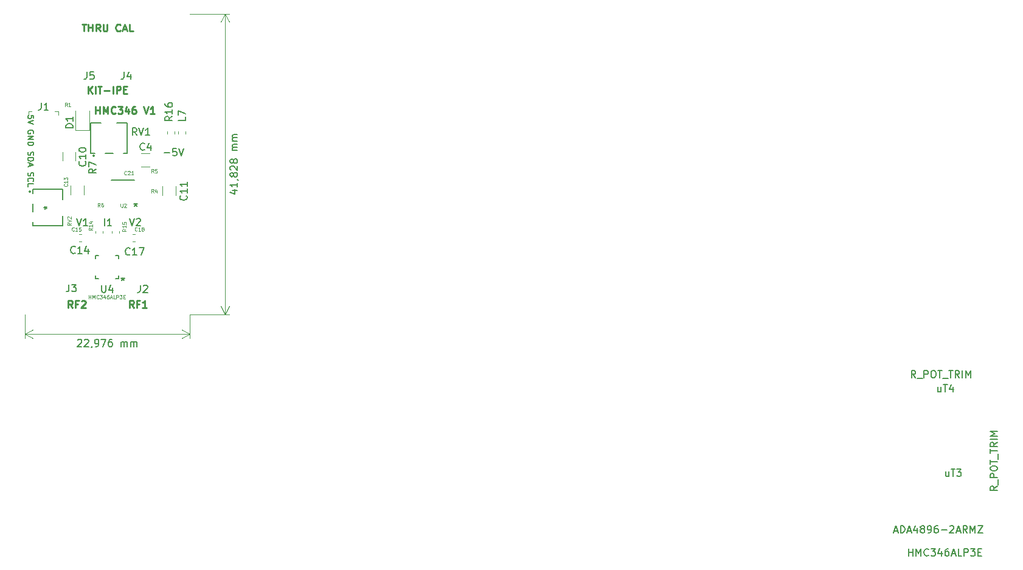
<source format=gbr>
%TF.GenerationSoftware,KiCad,Pcbnew,5.1.5-52549c5~84~ubuntu18.04.1*%
%TF.CreationDate,2020-02-10T11:44:48+01:00*%
%TF.ProjectId,HMC_RF_IPE,484d435f-5246-45f4-9950-452e6b696361,rev?*%
%TF.SameCoordinates,Original*%
%TF.FileFunction,Legend,Top*%
%TF.FilePolarity,Positive*%
%FSLAX46Y46*%
G04 Gerber Fmt 4.6, Leading zero omitted, Abs format (unit mm)*
G04 Created by KiCad (PCBNEW 5.1.5-52549c5~84~ubuntu18.04.1) date 2020-02-10 11:44:48*
%MOMM*%
%LPD*%
G04 APERTURE LIST*
%ADD10C,0.125000*%
%ADD11C,0.250000*%
%ADD12C,0.150000*%
%ADD13C,0.120000*%
%ADD14C,0.200000*%
%ADD15C,0.152400*%
%ADD16C,0.100000*%
G04 APERTURE END LIST*
D10*
X139819600Y-96509390D02*
X139819600Y-96009390D01*
X139819600Y-96247485D02*
X140105314Y-96247485D01*
X140105314Y-96509390D02*
X140105314Y-96009390D01*
X140343410Y-96509390D02*
X140343410Y-96009390D01*
X140510076Y-96366533D01*
X140676743Y-96009390D01*
X140676743Y-96509390D01*
X141200552Y-96461771D02*
X141176743Y-96485580D01*
X141105314Y-96509390D01*
X141057695Y-96509390D01*
X140986267Y-96485580D01*
X140938648Y-96437961D01*
X140914838Y-96390342D01*
X140891029Y-96295104D01*
X140891029Y-96223676D01*
X140914838Y-96128438D01*
X140938648Y-96080819D01*
X140986267Y-96033200D01*
X141057695Y-96009390D01*
X141105314Y-96009390D01*
X141176743Y-96033200D01*
X141200552Y-96057009D01*
X141367219Y-96009390D02*
X141676743Y-96009390D01*
X141510076Y-96199866D01*
X141581505Y-96199866D01*
X141629124Y-96223676D01*
X141652933Y-96247485D01*
X141676743Y-96295104D01*
X141676743Y-96414152D01*
X141652933Y-96461771D01*
X141629124Y-96485580D01*
X141581505Y-96509390D01*
X141438648Y-96509390D01*
X141391029Y-96485580D01*
X141367219Y-96461771D01*
X142105314Y-96176057D02*
X142105314Y-96509390D01*
X141986267Y-95985580D02*
X141867219Y-96342723D01*
X142176743Y-96342723D01*
X142581505Y-96009390D02*
X142486267Y-96009390D01*
X142438648Y-96033200D01*
X142414838Y-96057009D01*
X142367219Y-96128438D01*
X142343410Y-96223676D01*
X142343410Y-96414152D01*
X142367219Y-96461771D01*
X142391029Y-96485580D01*
X142438648Y-96509390D01*
X142533886Y-96509390D01*
X142581505Y-96485580D01*
X142605314Y-96461771D01*
X142629124Y-96414152D01*
X142629124Y-96295104D01*
X142605314Y-96247485D01*
X142581505Y-96223676D01*
X142533886Y-96199866D01*
X142438648Y-96199866D01*
X142391029Y-96223676D01*
X142367219Y-96247485D01*
X142343410Y-96295104D01*
X142819600Y-96366533D02*
X143057695Y-96366533D01*
X142771981Y-96509390D02*
X142938648Y-96009390D01*
X143105314Y-96509390D01*
X143510076Y-96509390D02*
X143271981Y-96509390D01*
X143271981Y-96009390D01*
X143676743Y-96509390D02*
X143676743Y-96009390D01*
X143867219Y-96009390D01*
X143914838Y-96033200D01*
X143938648Y-96057009D01*
X143962457Y-96104628D01*
X143962457Y-96176057D01*
X143938648Y-96223676D01*
X143914838Y-96247485D01*
X143867219Y-96271295D01*
X143676743Y-96271295D01*
X144129124Y-96009390D02*
X144438648Y-96009390D01*
X144271981Y-96199866D01*
X144343410Y-96199866D01*
X144391029Y-96223676D01*
X144414838Y-96247485D01*
X144438648Y-96295104D01*
X144438648Y-96414152D01*
X144414838Y-96461771D01*
X144391029Y-96485580D01*
X144343410Y-96509390D01*
X144200552Y-96509390D01*
X144152933Y-96485580D01*
X144129124Y-96461771D01*
X144652933Y-96247485D02*
X144819600Y-96247485D01*
X144891029Y-96509390D02*
X144652933Y-96509390D01*
X144652933Y-96009390D01*
X144891029Y-96009390D01*
D11*
X146068171Y-97755580D02*
X145734838Y-97279390D01*
X145496743Y-97755580D02*
X145496743Y-96755580D01*
X145877695Y-96755580D01*
X145972933Y-96803200D01*
X146020552Y-96850819D01*
X146068171Y-96946057D01*
X146068171Y-97088914D01*
X146020552Y-97184152D01*
X145972933Y-97231771D01*
X145877695Y-97279390D01*
X145496743Y-97279390D01*
X146830076Y-97231771D02*
X146496743Y-97231771D01*
X146496743Y-97755580D02*
X146496743Y-96755580D01*
X146972933Y-96755580D01*
X147877695Y-97755580D02*
X147306267Y-97755580D01*
X147591981Y-97755580D02*
X147591981Y-96755580D01*
X147496743Y-96898438D01*
X147401505Y-96993676D01*
X147306267Y-97041295D01*
X137558171Y-97775580D02*
X137224838Y-97299390D01*
X136986743Y-97775580D02*
X136986743Y-96775580D01*
X137367695Y-96775580D01*
X137462933Y-96823200D01*
X137510552Y-96870819D01*
X137558171Y-96966057D01*
X137558171Y-97108914D01*
X137510552Y-97204152D01*
X137462933Y-97251771D01*
X137367695Y-97299390D01*
X136986743Y-97299390D01*
X138320076Y-97251771D02*
X137986743Y-97251771D01*
X137986743Y-97775580D02*
X137986743Y-96775580D01*
X138462933Y-96775580D01*
X138796267Y-96870819D02*
X138843886Y-96823200D01*
X138939124Y-96775580D01*
X139177219Y-96775580D01*
X139272457Y-96823200D01*
X139320076Y-96870819D01*
X139367695Y-96966057D01*
X139367695Y-97061295D01*
X139320076Y-97204152D01*
X138748648Y-97775580D01*
X139367695Y-97775580D01*
D12*
X159839124Y-81443866D02*
X160505790Y-81443866D01*
X159458171Y-81681961D02*
X160172457Y-81920057D01*
X160172457Y-81301009D01*
X160505790Y-80396247D02*
X160505790Y-80967676D01*
X160505790Y-80681961D02*
X159505790Y-80681961D01*
X159648648Y-80777200D01*
X159743886Y-80872438D01*
X159791505Y-80967676D01*
X160458171Y-79920057D02*
X160505790Y-79920057D01*
X160601029Y-79967676D01*
X160648648Y-80015295D01*
X159934362Y-79348628D02*
X159886743Y-79443866D01*
X159839124Y-79491485D01*
X159743886Y-79539104D01*
X159696267Y-79539104D01*
X159601029Y-79491485D01*
X159553410Y-79443866D01*
X159505790Y-79348628D01*
X159505790Y-79158152D01*
X159553410Y-79062914D01*
X159601029Y-79015295D01*
X159696267Y-78967676D01*
X159743886Y-78967676D01*
X159839124Y-79015295D01*
X159886743Y-79062914D01*
X159934362Y-79158152D01*
X159934362Y-79348628D01*
X159981981Y-79443866D01*
X160029600Y-79491485D01*
X160124838Y-79539104D01*
X160315314Y-79539104D01*
X160410552Y-79491485D01*
X160458171Y-79443866D01*
X160505790Y-79348628D01*
X160505790Y-79158152D01*
X160458171Y-79062914D01*
X160410552Y-79015295D01*
X160315314Y-78967676D01*
X160124838Y-78967676D01*
X160029600Y-79015295D01*
X159981981Y-79062914D01*
X159934362Y-79158152D01*
X159601029Y-78586723D02*
X159553410Y-78539104D01*
X159505790Y-78443866D01*
X159505790Y-78205771D01*
X159553410Y-78110533D01*
X159601029Y-78062914D01*
X159696267Y-78015295D01*
X159791505Y-78015295D01*
X159934362Y-78062914D01*
X160505790Y-78634342D01*
X160505790Y-78015295D01*
X159934362Y-77443866D02*
X159886743Y-77539104D01*
X159839124Y-77586723D01*
X159743886Y-77634342D01*
X159696267Y-77634342D01*
X159601029Y-77586723D01*
X159553410Y-77539104D01*
X159505790Y-77443866D01*
X159505790Y-77253390D01*
X159553410Y-77158152D01*
X159601029Y-77110533D01*
X159696267Y-77062914D01*
X159743886Y-77062914D01*
X159839124Y-77110533D01*
X159886743Y-77158152D01*
X159934362Y-77253390D01*
X159934362Y-77443866D01*
X159981981Y-77539104D01*
X160029600Y-77586723D01*
X160124838Y-77634342D01*
X160315314Y-77634342D01*
X160410552Y-77586723D01*
X160458171Y-77539104D01*
X160505790Y-77443866D01*
X160505790Y-77253390D01*
X160458171Y-77158152D01*
X160410552Y-77110533D01*
X160315314Y-77062914D01*
X160124838Y-77062914D01*
X160029600Y-77110533D01*
X159981981Y-77158152D01*
X159934362Y-77253390D01*
X160505790Y-75872438D02*
X159839124Y-75872438D01*
X159934362Y-75872438D02*
X159886743Y-75824819D01*
X159839124Y-75729580D01*
X159839124Y-75586723D01*
X159886743Y-75491485D01*
X159981981Y-75443866D01*
X160505790Y-75443866D01*
X159981981Y-75443866D02*
X159886743Y-75396247D01*
X159839124Y-75301009D01*
X159839124Y-75158152D01*
X159886743Y-75062914D01*
X159981981Y-75015295D01*
X160505790Y-75015295D01*
X160505790Y-74539104D02*
X159839124Y-74539104D01*
X159934362Y-74539104D02*
X159886743Y-74491485D01*
X159839124Y-74396247D01*
X159839124Y-74253390D01*
X159886743Y-74158152D01*
X159981981Y-74110533D01*
X160505790Y-74110533D01*
X159981981Y-74110533D02*
X159886743Y-74062914D01*
X159839124Y-73967676D01*
X159839124Y-73824819D01*
X159886743Y-73729580D01*
X159981981Y-73681961D01*
X160505790Y-73681961D01*
D13*
X158783410Y-98691200D02*
X158783410Y-56863200D01*
X153891410Y-98691200D02*
X159369831Y-98691200D01*
X153891410Y-56863200D02*
X159369831Y-56863200D01*
X158783410Y-56863200D02*
X159369831Y-57989704D01*
X158783410Y-56863200D02*
X158196989Y-57989704D01*
X158783410Y-98691200D02*
X159369831Y-97564696D01*
X158783410Y-98691200D02*
X158196989Y-97564696D01*
D12*
X138262262Y-102268384D02*
X138309858Y-102220742D01*
X138405074Y-102173078D01*
X138643169Y-102172964D01*
X138738430Y-102220537D01*
X138786072Y-102268133D01*
X138833736Y-102363349D01*
X138833782Y-102458587D01*
X138786231Y-102601467D01*
X138215076Y-103173169D01*
X138834124Y-103172872D01*
X139214643Y-102267928D02*
X139262239Y-102220286D01*
X139357455Y-102172622D01*
X139595550Y-102172508D01*
X139690811Y-102220081D01*
X139738453Y-102267677D01*
X139786117Y-102362893D01*
X139786163Y-102458131D01*
X139738612Y-102601011D01*
X139167457Y-103172713D01*
X139786505Y-103172416D01*
X140262672Y-103124569D02*
X140262695Y-103172188D01*
X140215122Y-103267449D01*
X140167525Y-103315091D01*
X140738886Y-103171960D02*
X140929362Y-103171869D01*
X141024577Y-103124205D01*
X141072173Y-103076563D01*
X141167343Y-102933660D01*
X141214871Y-102743161D01*
X141214688Y-102362209D01*
X141167024Y-102266993D01*
X141119382Y-102219397D01*
X141024121Y-102171824D01*
X140833645Y-102171915D01*
X140738430Y-102219579D01*
X140690833Y-102267221D01*
X140643260Y-102362482D01*
X140643374Y-102600577D01*
X140691039Y-102695793D01*
X140738680Y-102743389D01*
X140833941Y-102790962D01*
X141024417Y-102790871D01*
X141119633Y-102743207D01*
X141167229Y-102695565D01*
X141214802Y-102600304D01*
X141547931Y-102171573D02*
X142214597Y-102171254D01*
X141786505Y-103171459D01*
X143024121Y-102170866D02*
X142833645Y-102170957D01*
X142738429Y-102218622D01*
X142690833Y-102266264D01*
X142595663Y-102409167D01*
X142548136Y-102599666D01*
X142548318Y-102980618D01*
X142595983Y-103075833D01*
X142643624Y-103123429D01*
X142738885Y-103171003D01*
X142929362Y-103170912D01*
X143024577Y-103123247D01*
X143072173Y-103075605D01*
X143119747Y-102980344D01*
X143119633Y-102742249D01*
X143071968Y-102647034D01*
X143024326Y-102599438D01*
X142929065Y-102551864D01*
X142738589Y-102551955D01*
X142643374Y-102599620D01*
X142595777Y-102647262D01*
X142548204Y-102742523D01*
X144310314Y-103170250D02*
X144309995Y-102503584D01*
X144310040Y-102598822D02*
X144357636Y-102551180D01*
X144452852Y-102503515D01*
X144595709Y-102503447D01*
X144690970Y-102551021D01*
X144738634Y-102646236D01*
X144738885Y-103170045D01*
X144738634Y-102646236D02*
X144786208Y-102550975D01*
X144881423Y-102503310D01*
X145024280Y-102503242D01*
X145119541Y-102550815D01*
X145167206Y-102646031D01*
X145167457Y-103169840D01*
X145643647Y-103169612D02*
X145643328Y-102502946D01*
X145643373Y-102598184D02*
X145690970Y-102550542D01*
X145786185Y-102502877D01*
X145929042Y-102502809D01*
X146024303Y-102550382D01*
X146071968Y-102645597D01*
X146072218Y-103169407D01*
X146071968Y-102645597D02*
X146119541Y-102550337D01*
X146214756Y-102502672D01*
X146357613Y-102502604D01*
X146452874Y-102550177D01*
X146500539Y-102645392D01*
X146500790Y-103169202D01*
D13*
X130916728Y-101454282D02*
X153892728Y-101443282D01*
X130915410Y-98702200D02*
X130917008Y-102040702D01*
X153891410Y-98691200D02*
X153893008Y-102029702D01*
X153892728Y-101443282D02*
X152766505Y-102030242D01*
X153892728Y-101443282D02*
X152765944Y-100857401D01*
X130916728Y-101454282D02*
X132043512Y-102040163D01*
X130916728Y-101454282D02*
X132042951Y-100867322D01*
D14*
X132151505Y-71404152D02*
X132151505Y-71023200D01*
X131770552Y-70985104D01*
X131808648Y-71023200D01*
X131846743Y-71099390D01*
X131846743Y-71289866D01*
X131808648Y-71366057D01*
X131770552Y-71404152D01*
X131694362Y-71442247D01*
X131503886Y-71442247D01*
X131427695Y-71404152D01*
X131389600Y-71366057D01*
X131351505Y-71289866D01*
X131351505Y-71099390D01*
X131389600Y-71023200D01*
X131427695Y-70985104D01*
X132151505Y-71670819D02*
X131351505Y-71937485D01*
X132151505Y-72204152D01*
X132113410Y-73499390D02*
X132151505Y-73423200D01*
X132151505Y-73308914D01*
X132113410Y-73194628D01*
X132037219Y-73118438D01*
X131961029Y-73080342D01*
X131808648Y-73042247D01*
X131694362Y-73042247D01*
X131541981Y-73080342D01*
X131465790Y-73118438D01*
X131389600Y-73194628D01*
X131351505Y-73308914D01*
X131351505Y-73385104D01*
X131389600Y-73499390D01*
X131427695Y-73537485D01*
X131694362Y-73537485D01*
X131694362Y-73385104D01*
X131351505Y-73880342D02*
X132151505Y-73880342D01*
X131351505Y-74337485D01*
X132151505Y-74337485D01*
X131351505Y-74718438D02*
X132151505Y-74718438D01*
X132151505Y-74908914D01*
X132113410Y-75023200D01*
X132037219Y-75099390D01*
X131961029Y-75137485D01*
X131808648Y-75175580D01*
X131694362Y-75175580D01*
X131541981Y-75137485D01*
X131465790Y-75099390D01*
X131389600Y-75023200D01*
X131351505Y-74908914D01*
X131351505Y-74718438D01*
X131389600Y-76089866D02*
X131351505Y-76204152D01*
X131351505Y-76394628D01*
X131389600Y-76470819D01*
X131427695Y-76508914D01*
X131503886Y-76547009D01*
X131580076Y-76547009D01*
X131656267Y-76508914D01*
X131694362Y-76470819D01*
X131732457Y-76394628D01*
X131770552Y-76242247D01*
X131808648Y-76166057D01*
X131846743Y-76127961D01*
X131922933Y-76089866D01*
X131999124Y-76089866D01*
X132075314Y-76127961D01*
X132113410Y-76166057D01*
X132151505Y-76242247D01*
X132151505Y-76432723D01*
X132113410Y-76547009D01*
X131351505Y-76889866D02*
X132151505Y-76889866D01*
X132151505Y-77080342D01*
X132113410Y-77194628D01*
X132037219Y-77270819D01*
X131961029Y-77308914D01*
X131808648Y-77347009D01*
X131694362Y-77347009D01*
X131541981Y-77308914D01*
X131465790Y-77270819D01*
X131389600Y-77194628D01*
X131351505Y-77080342D01*
X131351505Y-76889866D01*
X131580076Y-77651771D02*
X131580076Y-78032723D01*
X131351505Y-77575580D02*
X132151505Y-77842247D01*
X131351505Y-78108914D01*
X131389600Y-78947009D02*
X131351505Y-79061295D01*
X131351505Y-79251771D01*
X131389600Y-79327961D01*
X131427695Y-79366057D01*
X131503886Y-79404152D01*
X131580076Y-79404152D01*
X131656267Y-79366057D01*
X131694362Y-79327961D01*
X131732457Y-79251771D01*
X131770552Y-79099390D01*
X131808648Y-79023200D01*
X131846743Y-78985104D01*
X131922933Y-78947009D01*
X131999124Y-78947009D01*
X132075314Y-78985104D01*
X132113410Y-79023200D01*
X132151505Y-79099390D01*
X132151505Y-79289866D01*
X132113410Y-79404152D01*
X131427695Y-80204152D02*
X131389600Y-80166057D01*
X131351505Y-80051771D01*
X131351505Y-79975580D01*
X131389600Y-79861295D01*
X131465790Y-79785104D01*
X131541981Y-79747009D01*
X131694362Y-79708914D01*
X131808648Y-79708914D01*
X131961029Y-79747009D01*
X132037219Y-79785104D01*
X132113410Y-79861295D01*
X132151505Y-79975580D01*
X132151505Y-80051771D01*
X132113410Y-80166057D01*
X132075314Y-80204152D01*
X131351505Y-80927961D02*
X131351505Y-80547009D01*
X132151505Y-80547009D01*
D11*
X138875790Y-58295580D02*
X139447219Y-58295580D01*
X139161505Y-59295580D02*
X139161505Y-58295580D01*
X139780552Y-59295580D02*
X139780552Y-58295580D01*
X139780552Y-58771771D02*
X140351981Y-58771771D01*
X140351981Y-59295580D02*
X140351981Y-58295580D01*
X141399600Y-59295580D02*
X141066267Y-58819390D01*
X140828171Y-59295580D02*
X140828171Y-58295580D01*
X141209124Y-58295580D01*
X141304362Y-58343200D01*
X141351981Y-58390819D01*
X141399600Y-58486057D01*
X141399600Y-58628914D01*
X141351981Y-58724152D01*
X141304362Y-58771771D01*
X141209124Y-58819390D01*
X140828171Y-58819390D01*
X141828171Y-58295580D02*
X141828171Y-59105104D01*
X141875790Y-59200342D01*
X141923410Y-59247961D01*
X142018648Y-59295580D01*
X142209124Y-59295580D01*
X142304362Y-59247961D01*
X142351981Y-59200342D01*
X142399600Y-59105104D01*
X142399600Y-58295580D01*
X144209124Y-59200342D02*
X144161505Y-59247961D01*
X144018648Y-59295580D01*
X143923410Y-59295580D01*
X143780552Y-59247961D01*
X143685314Y-59152723D01*
X143637695Y-59057485D01*
X143590076Y-58867009D01*
X143590076Y-58724152D01*
X143637695Y-58533676D01*
X143685314Y-58438438D01*
X143780552Y-58343200D01*
X143923410Y-58295580D01*
X144018648Y-58295580D01*
X144161505Y-58343200D01*
X144209124Y-58390819D01*
X144590076Y-59009866D02*
X145066267Y-59009866D01*
X144494838Y-59295580D02*
X144828171Y-58295580D01*
X145161505Y-59295580D01*
X145971029Y-59295580D02*
X145494838Y-59295580D01*
X145494838Y-58295580D01*
X139732933Y-67945580D02*
X139732933Y-66945580D01*
X140304362Y-67945580D02*
X139875790Y-67374152D01*
X140304362Y-66945580D02*
X139732933Y-67517009D01*
X140732933Y-67945580D02*
X140732933Y-66945580D01*
X141066267Y-66945580D02*
X141637695Y-66945580D01*
X141351981Y-67945580D02*
X141351981Y-66945580D01*
X141971029Y-67564628D02*
X142732933Y-67564628D01*
X143209124Y-67945580D02*
X143209124Y-66945580D01*
X143685314Y-67945580D02*
X143685314Y-66945580D01*
X144066267Y-66945580D01*
X144161505Y-66993200D01*
X144209124Y-67040819D01*
X144256743Y-67136057D01*
X144256743Y-67278914D01*
X144209124Y-67374152D01*
X144161505Y-67421771D01*
X144066267Y-67469390D01*
X143685314Y-67469390D01*
X144685314Y-67421771D02*
X145018648Y-67421771D01*
X145161505Y-67945580D02*
X144685314Y-67945580D01*
X144685314Y-66945580D01*
X145161505Y-66945580D01*
X140776981Y-70775580D02*
X140776981Y-69775580D01*
X140776981Y-70251771D02*
X141348410Y-70251771D01*
X141348410Y-70775580D02*
X141348410Y-69775580D01*
X141824600Y-70775580D02*
X141824600Y-69775580D01*
X142157933Y-70489866D01*
X142491267Y-69775580D01*
X142491267Y-70775580D01*
X143538886Y-70680342D02*
X143491267Y-70727961D01*
X143348410Y-70775580D01*
X143253171Y-70775580D01*
X143110314Y-70727961D01*
X143015076Y-70632723D01*
X142967457Y-70537485D01*
X142919838Y-70347009D01*
X142919838Y-70204152D01*
X142967457Y-70013676D01*
X143015076Y-69918438D01*
X143110314Y-69823200D01*
X143253171Y-69775580D01*
X143348410Y-69775580D01*
X143491267Y-69823200D01*
X143538886Y-69870819D01*
X143872219Y-69775580D02*
X144491267Y-69775580D01*
X144157933Y-70156533D01*
X144300790Y-70156533D01*
X144396029Y-70204152D01*
X144443648Y-70251771D01*
X144491267Y-70347009D01*
X144491267Y-70585104D01*
X144443648Y-70680342D01*
X144396029Y-70727961D01*
X144300790Y-70775580D01*
X144015076Y-70775580D01*
X143919838Y-70727961D01*
X143872219Y-70680342D01*
X145348410Y-70108914D02*
X145348410Y-70775580D01*
X145110314Y-69727961D02*
X144872219Y-70442247D01*
X145491267Y-70442247D01*
X146300790Y-69775580D02*
X146110314Y-69775580D01*
X146015076Y-69823200D01*
X145967457Y-69870819D01*
X145872219Y-70013676D01*
X145824600Y-70204152D01*
X145824600Y-70585104D01*
X145872219Y-70680342D01*
X145919838Y-70727961D01*
X146015076Y-70775580D01*
X146205552Y-70775580D01*
X146300790Y-70727961D01*
X146348410Y-70680342D01*
X146396029Y-70585104D01*
X146396029Y-70347009D01*
X146348410Y-70251771D01*
X146300790Y-70204152D01*
X146205552Y-70156533D01*
X146015076Y-70156533D01*
X145919838Y-70204152D01*
X145872219Y-70251771D01*
X145824600Y-70347009D01*
X147443648Y-69775580D02*
X147776981Y-70775580D01*
X148110314Y-69775580D01*
X148967457Y-70775580D02*
X148396029Y-70775580D01*
X148681743Y-70775580D02*
X148681743Y-69775580D01*
X148586505Y-69918438D01*
X148491267Y-70013676D01*
X148396029Y-70061295D01*
D13*
%TO.C,R14*%
X140783410Y-87070421D02*
X140783410Y-87395979D01*
X141803410Y-87070421D02*
X141803410Y-87395979D01*
%TO.C,R15*%
X143013410Y-87080421D02*
X143013410Y-87405979D01*
X144033410Y-87080421D02*
X144033410Y-87405979D01*
D15*
%TO.C,U4*%
X143590151Y-93750200D02*
X144014410Y-93750200D01*
X140760410Y-93325941D02*
X140760410Y-93750200D01*
X141184669Y-90496200D02*
X140760410Y-90496200D01*
X144014410Y-90920459D02*
X144014410Y-90496200D01*
X144014410Y-93750200D02*
X144014410Y-93325941D01*
X140760410Y-93750200D02*
X141184669Y-93750200D01*
X140760410Y-90496200D02*
X140760410Y-90920459D01*
X144014410Y-90496200D02*
X143590151Y-90496200D01*
%TO.C,RV1*%
X140608410Y-76631200D02*
G75*
G03X140608410Y-76631200I-127000J0D01*
G01*
X144637850Y-76256700D02*
X145181410Y-76256700D01*
X141521270Y-72065700D02*
X140101410Y-72065700D01*
X142097850Y-76256700D02*
X143184970Y-76256700D01*
X140101410Y-76256700D02*
X140644970Y-76256700D01*
X145181410Y-72065700D02*
X143761550Y-72065700D01*
X145181410Y-72065700D02*
X145181410Y-76256700D01*
X140101410Y-72065700D02*
X140101410Y-76256700D01*
%TO.C,RV2*%
X131745410Y-81601200D02*
G75*
G03X131745410Y-81601200I-127000J0D01*
G01*
X132002910Y-85844640D02*
X132002910Y-86388200D01*
X136193910Y-82728060D02*
X136193910Y-81308200D01*
X132002910Y-83304640D02*
X132002910Y-84391760D01*
X132002910Y-81308200D02*
X132002910Y-81851760D01*
X136193910Y-86388200D02*
X136193910Y-84968340D01*
X136193910Y-86388200D02*
X132002910Y-86388200D01*
X136193910Y-81308200D02*
X132002910Y-81308200D01*
D13*
%TO.C,R16*%
X151733410Y-73585979D02*
X151733410Y-73260421D01*
X150713410Y-73585979D02*
X150713410Y-73260421D01*
D15*
%TO.C,U2*%
X146193610Y-79993000D02*
X142993210Y-79993000D01*
D13*
%TO.C,C10*%
X136143410Y-76099136D02*
X136143410Y-77303264D01*
X137963410Y-76099136D02*
X137963410Y-77303264D01*
%TO.C,L7*%
X152283410Y-73260421D02*
X152283410Y-73585979D01*
X153303410Y-73260421D02*
X153303410Y-73585979D01*
%TO.C,C18*%
X145940631Y-88553200D02*
X146266189Y-88553200D01*
X145940631Y-87533200D02*
X146266189Y-87533200D01*
%TO.C,C15*%
X138788689Y-87523200D02*
X138463131Y-87523200D01*
X138788689Y-88543200D02*
X138463131Y-88543200D01*
D16*
%TO.C,J1*%
X135623410Y-70423200D02*
X135123410Y-70423200D01*
X135623410Y-70423200D02*
X135623410Y-70923200D01*
X131403410Y-70433200D02*
X131903410Y-70433200D01*
X131403410Y-70433200D02*
X131403410Y-70933200D01*
D13*
%TO.C,D1*%
X139883410Y-73033200D02*
X139883410Y-70348200D01*
X137963410Y-73033200D02*
X139883410Y-73033200D01*
X137963410Y-70348200D02*
X137963410Y-73033200D01*
%TO.C,C13*%
X139133410Y-82005264D02*
X139133410Y-80801136D01*
X137313410Y-82005264D02*
X137313410Y-80801136D01*
%TO.C,C11*%
X151893410Y-82085264D02*
X151893410Y-80881136D01*
X150073410Y-82085264D02*
X150073410Y-80881136D01*
%TO.C,C4*%
X148323474Y-76288200D02*
X147119346Y-76288200D01*
X148323474Y-78108200D02*
X147119346Y-78108200D01*
%TO.C,J3*%
D12*
X137070076Y-94525580D02*
X137070076Y-95239866D01*
X137022457Y-95382723D01*
X136927219Y-95477961D01*
X136784362Y-95525580D01*
X136689124Y-95525580D01*
X137451029Y-94525580D02*
X138070076Y-94525580D01*
X137736743Y-94906533D01*
X137879600Y-94906533D01*
X137974838Y-94954152D01*
X138022457Y-95001771D01*
X138070076Y-95097009D01*
X138070076Y-95335104D01*
X138022457Y-95430342D01*
X137974838Y-95477961D01*
X137879600Y-95525580D01*
X137593886Y-95525580D01*
X137498648Y-95477961D01*
X137451029Y-95430342D01*
%TO.C,J2*%
X147000076Y-94625580D02*
X147000076Y-95339866D01*
X146952457Y-95482723D01*
X146857219Y-95577961D01*
X146714362Y-95625580D01*
X146619124Y-95625580D01*
X147428648Y-94720819D02*
X147476267Y-94673200D01*
X147571505Y-94625580D01*
X147809600Y-94625580D01*
X147904838Y-94673200D01*
X147952457Y-94720819D01*
X148000076Y-94816057D01*
X148000076Y-94911295D01*
X147952457Y-95054152D01*
X147381029Y-95625580D01*
X148000076Y-95625580D01*
%TO.C,*%
%TO.C,R14*%
D10*
X140309600Y-86694628D02*
X140071505Y-86861295D01*
X140309600Y-86980342D02*
X139809600Y-86980342D01*
X139809600Y-86789866D01*
X139833410Y-86742247D01*
X139857219Y-86718438D01*
X139904838Y-86694628D01*
X139976267Y-86694628D01*
X140023886Y-86718438D01*
X140047695Y-86742247D01*
X140071505Y-86789866D01*
X140071505Y-86980342D01*
X140309600Y-86218438D02*
X140309600Y-86504152D01*
X140309600Y-86361295D02*
X139809600Y-86361295D01*
X139881029Y-86408914D01*
X139928648Y-86456533D01*
X139952457Y-86504152D01*
X139976267Y-85789866D02*
X140309600Y-85789866D01*
X139785790Y-85908914D02*
X140142933Y-86027961D01*
X140142933Y-85718438D01*
%TO.C,R15*%
X145019600Y-86804628D02*
X144781505Y-86971295D01*
X145019600Y-87090342D02*
X144519600Y-87090342D01*
X144519600Y-86899866D01*
X144543410Y-86852247D01*
X144567219Y-86828438D01*
X144614838Y-86804628D01*
X144686267Y-86804628D01*
X144733886Y-86828438D01*
X144757695Y-86852247D01*
X144781505Y-86899866D01*
X144781505Y-87090342D01*
X145019600Y-86328438D02*
X145019600Y-86614152D01*
X145019600Y-86471295D02*
X144519600Y-86471295D01*
X144591029Y-86518914D01*
X144638648Y-86566533D01*
X144662457Y-86614152D01*
X144519600Y-85876057D02*
X144519600Y-86114152D01*
X144757695Y-86137961D01*
X144733886Y-86114152D01*
X144710076Y-86066533D01*
X144710076Y-85947485D01*
X144733886Y-85899866D01*
X144757695Y-85876057D01*
X144805314Y-85852247D01*
X144924362Y-85852247D01*
X144971981Y-85876057D01*
X144995790Y-85899866D01*
X145019600Y-85947485D01*
X145019600Y-86066533D01*
X144995790Y-86114152D01*
X144971981Y-86137961D01*
%TO.C,U4*%
D12*
X141625505Y-94623580D02*
X141625505Y-95433104D01*
X141673124Y-95528342D01*
X141720743Y-95575961D01*
X141815981Y-95623580D01*
X142006457Y-95623580D01*
X142101695Y-95575961D01*
X142149314Y-95528342D01*
X142196933Y-95433104D01*
X142196933Y-94623580D01*
X143101695Y-94956914D02*
X143101695Y-95623580D01*
X142863600Y-94575961D02*
X142625505Y-95290247D01*
X143244552Y-95290247D01*
X253955790Y-132305580D02*
X253955790Y-131305580D01*
X253955790Y-131781771D02*
X254527219Y-131781771D01*
X254527219Y-132305580D02*
X254527219Y-131305580D01*
X255003410Y-132305580D02*
X255003410Y-131305580D01*
X255336743Y-132019866D01*
X255670076Y-131305580D01*
X255670076Y-132305580D01*
X256717695Y-132210342D02*
X256670076Y-132257961D01*
X256527219Y-132305580D01*
X256431981Y-132305580D01*
X256289124Y-132257961D01*
X256193886Y-132162723D01*
X256146267Y-132067485D01*
X256098648Y-131877009D01*
X256098648Y-131734152D01*
X256146267Y-131543676D01*
X256193886Y-131448438D01*
X256289124Y-131353200D01*
X256431981Y-131305580D01*
X256527219Y-131305580D01*
X256670076Y-131353200D01*
X256717695Y-131400819D01*
X257051029Y-131305580D02*
X257670076Y-131305580D01*
X257336743Y-131686533D01*
X257479600Y-131686533D01*
X257574838Y-131734152D01*
X257622457Y-131781771D01*
X257670076Y-131877009D01*
X257670076Y-132115104D01*
X257622457Y-132210342D01*
X257574838Y-132257961D01*
X257479600Y-132305580D01*
X257193886Y-132305580D01*
X257098648Y-132257961D01*
X257051029Y-132210342D01*
X258527219Y-131638914D02*
X258527219Y-132305580D01*
X258289124Y-131257961D02*
X258051029Y-131972247D01*
X258670076Y-131972247D01*
X259479600Y-131305580D02*
X259289124Y-131305580D01*
X259193886Y-131353200D01*
X259146267Y-131400819D01*
X259051029Y-131543676D01*
X259003410Y-131734152D01*
X259003410Y-132115104D01*
X259051029Y-132210342D01*
X259098648Y-132257961D01*
X259193886Y-132305580D01*
X259384362Y-132305580D01*
X259479600Y-132257961D01*
X259527219Y-132210342D01*
X259574838Y-132115104D01*
X259574838Y-131877009D01*
X259527219Y-131781771D01*
X259479600Y-131734152D01*
X259384362Y-131686533D01*
X259193886Y-131686533D01*
X259098648Y-131734152D01*
X259051029Y-131781771D01*
X259003410Y-131877009D01*
X259955790Y-132019866D02*
X260431981Y-132019866D01*
X259860552Y-132305580D02*
X260193886Y-131305580D01*
X260527219Y-132305580D01*
X261336743Y-132305580D02*
X260860552Y-132305580D01*
X260860552Y-131305580D01*
X261670076Y-132305580D02*
X261670076Y-131305580D01*
X262051029Y-131305580D01*
X262146267Y-131353200D01*
X262193886Y-131400819D01*
X262241505Y-131496057D01*
X262241505Y-131638914D01*
X262193886Y-131734152D01*
X262146267Y-131781771D01*
X262051029Y-131829390D01*
X261670076Y-131829390D01*
X262574838Y-131305580D02*
X263193886Y-131305580D01*
X262860552Y-131686533D01*
X263003410Y-131686533D01*
X263098648Y-131734152D01*
X263146267Y-131781771D01*
X263193886Y-131877009D01*
X263193886Y-132115104D01*
X263146267Y-132210342D01*
X263098648Y-132257961D01*
X263003410Y-132305580D01*
X262717695Y-132305580D01*
X262622457Y-132257961D01*
X262574838Y-132210342D01*
X263622457Y-131781771D02*
X263955790Y-131781771D01*
X264098648Y-132305580D02*
X263622457Y-132305580D01*
X263622457Y-131305580D01*
X264098648Y-131305580D01*
X144573410Y-93525580D02*
X144573410Y-93763676D01*
X144335314Y-93668438D02*
X144573410Y-93763676D01*
X144811505Y-93668438D01*
X144430552Y-93954152D02*
X144573410Y-93763676D01*
X144716267Y-93954152D01*
X144573410Y-93525580D02*
X144573410Y-93763676D01*
X144335314Y-93668438D02*
X144573410Y-93763676D01*
X144811505Y-93668438D01*
X144430552Y-93954152D02*
X144573410Y-93763676D01*
X144716267Y-93954152D01*
%TO.C,RV1*%
D14*
X146488171Y-73755580D02*
X146154838Y-73279390D01*
X145916743Y-73755580D02*
X145916743Y-72755580D01*
X146297695Y-72755580D01*
X146392933Y-72803200D01*
X146440552Y-72850819D01*
X146488171Y-72946057D01*
X146488171Y-73088914D01*
X146440552Y-73184152D01*
X146392933Y-73231771D01*
X146297695Y-73279390D01*
X145916743Y-73279390D01*
X146773886Y-72755580D02*
X147107219Y-73755580D01*
X147440552Y-72755580D01*
X148297695Y-73755580D02*
X147726267Y-73755580D01*
X148011981Y-73755580D02*
X148011981Y-72755580D01*
X147916743Y-72898438D01*
X147821505Y-72993676D01*
X147726267Y-73041295D01*
D12*
X254915790Y-107495580D02*
X254582457Y-107019390D01*
X254344362Y-107495580D02*
X254344362Y-106495580D01*
X254725314Y-106495580D01*
X254820552Y-106543200D01*
X254868171Y-106590819D01*
X254915790Y-106686057D01*
X254915790Y-106828914D01*
X254868171Y-106924152D01*
X254820552Y-106971771D01*
X254725314Y-107019390D01*
X254344362Y-107019390D01*
X255106267Y-107590819D02*
X255868171Y-107590819D01*
X256106267Y-107495580D02*
X256106267Y-106495580D01*
X256487219Y-106495580D01*
X256582457Y-106543200D01*
X256630076Y-106590819D01*
X256677695Y-106686057D01*
X256677695Y-106828914D01*
X256630076Y-106924152D01*
X256582457Y-106971771D01*
X256487219Y-107019390D01*
X256106267Y-107019390D01*
X257296743Y-106495580D02*
X257487219Y-106495580D01*
X257582457Y-106543200D01*
X257677695Y-106638438D01*
X257725314Y-106828914D01*
X257725314Y-107162247D01*
X257677695Y-107352723D01*
X257582457Y-107447961D01*
X257487219Y-107495580D01*
X257296743Y-107495580D01*
X257201505Y-107447961D01*
X257106267Y-107352723D01*
X257058648Y-107162247D01*
X257058648Y-106828914D01*
X257106267Y-106638438D01*
X257201505Y-106543200D01*
X257296743Y-106495580D01*
X258011029Y-106495580D02*
X258582457Y-106495580D01*
X258296743Y-107495580D02*
X258296743Y-106495580D01*
X258677695Y-107590819D02*
X259439600Y-107590819D01*
X259534838Y-106495580D02*
X260106267Y-106495580D01*
X259820552Y-107495580D02*
X259820552Y-106495580D01*
X261011029Y-107495580D02*
X260677695Y-107019390D01*
X260439600Y-107495580D02*
X260439600Y-106495580D01*
X260820552Y-106495580D01*
X260915790Y-106543200D01*
X260963410Y-106590819D01*
X261011029Y-106686057D01*
X261011029Y-106828914D01*
X260963410Y-106924152D01*
X260915790Y-106971771D01*
X260820552Y-107019390D01*
X260439600Y-107019390D01*
X261439600Y-107495580D02*
X261439600Y-106495580D01*
X261915790Y-107495580D02*
X261915790Y-106495580D01*
X262249124Y-107209866D01*
X262582457Y-106495580D01*
X262582457Y-107495580D01*
%TO.C,RV2*%
D10*
X137349600Y-85980819D02*
X137111505Y-86147485D01*
X137349600Y-86266533D02*
X136849600Y-86266533D01*
X136849600Y-86076057D01*
X136873410Y-86028438D01*
X136897219Y-86004628D01*
X136944838Y-85980819D01*
X137016267Y-85980819D01*
X137063886Y-86004628D01*
X137087695Y-86028438D01*
X137111505Y-86076057D01*
X137111505Y-86266533D01*
X136849600Y-85837961D02*
X137349600Y-85671295D01*
X136849600Y-85504628D01*
X136897219Y-85361771D02*
X136873410Y-85337961D01*
X136849600Y-85290342D01*
X136849600Y-85171295D01*
X136873410Y-85123676D01*
X136897219Y-85099866D01*
X136944838Y-85076057D01*
X136992457Y-85076057D01*
X137063886Y-85099866D01*
X137349600Y-85385580D01*
X137349600Y-85076057D01*
D12*
X266305790Y-122610819D02*
X265829600Y-122944152D01*
X266305790Y-123182247D02*
X265305790Y-123182247D01*
X265305790Y-122801295D01*
X265353410Y-122706057D01*
X265401029Y-122658438D01*
X265496267Y-122610819D01*
X265639124Y-122610819D01*
X265734362Y-122658438D01*
X265781981Y-122706057D01*
X265829600Y-122801295D01*
X265829600Y-123182247D01*
X266401029Y-122420342D02*
X266401029Y-121658438D01*
X266305790Y-121420342D02*
X265305790Y-121420342D01*
X265305790Y-121039390D01*
X265353410Y-120944152D01*
X265401029Y-120896533D01*
X265496267Y-120848914D01*
X265639124Y-120848914D01*
X265734362Y-120896533D01*
X265781981Y-120944152D01*
X265829600Y-121039390D01*
X265829600Y-121420342D01*
X265305790Y-120229866D02*
X265305790Y-120039390D01*
X265353410Y-119944152D01*
X265448648Y-119848914D01*
X265639124Y-119801295D01*
X265972457Y-119801295D01*
X266162933Y-119848914D01*
X266258171Y-119944152D01*
X266305790Y-120039390D01*
X266305790Y-120229866D01*
X266258171Y-120325104D01*
X266162933Y-120420342D01*
X265972457Y-120467961D01*
X265639124Y-120467961D01*
X265448648Y-120420342D01*
X265353410Y-120325104D01*
X265305790Y-120229866D01*
X265305790Y-119515580D02*
X265305790Y-118944152D01*
X266305790Y-119229866D02*
X265305790Y-119229866D01*
X266401029Y-118848914D02*
X266401029Y-118087009D01*
X265305790Y-117991771D02*
X265305790Y-117420342D01*
X266305790Y-117706057D02*
X265305790Y-117706057D01*
X266305790Y-116515580D02*
X265829600Y-116848914D01*
X266305790Y-117087009D02*
X265305790Y-117087009D01*
X265305790Y-116706057D01*
X265353410Y-116610819D01*
X265401029Y-116563200D01*
X265496267Y-116515580D01*
X265639124Y-116515580D01*
X265734362Y-116563200D01*
X265781981Y-116610819D01*
X265829600Y-116706057D01*
X265829600Y-117087009D01*
X266305790Y-116087009D02*
X265305790Y-116087009D01*
X266305790Y-115610819D02*
X265305790Y-115610819D01*
X266020076Y-115277485D01*
X265305790Y-114944152D01*
X266305790Y-114944152D01*
X133550790Y-83848200D02*
X133788886Y-83848200D01*
X133693648Y-84086295D02*
X133788886Y-83848200D01*
X133693648Y-83610104D01*
X133979362Y-83991057D02*
X133788886Y-83848200D01*
X133979362Y-83705342D01*
%TO.C,uT4*%
X258430552Y-108808914D02*
X258430552Y-109475580D01*
X258001981Y-108808914D02*
X258001981Y-109332723D01*
X258049600Y-109427961D01*
X258144838Y-109475580D01*
X258287695Y-109475580D01*
X258382933Y-109427961D01*
X258430552Y-109380342D01*
X258763886Y-108475580D02*
X259335314Y-108475580D01*
X259049600Y-109475580D02*
X259049600Y-108475580D01*
X260097219Y-108808914D02*
X260097219Y-109475580D01*
X259859124Y-108427961D02*
X259621029Y-109142247D01*
X260240076Y-109142247D01*
%TO.C,uT3*%
X259510552Y-120568914D02*
X259510552Y-121235580D01*
X259081981Y-120568914D02*
X259081981Y-121092723D01*
X259129600Y-121187961D01*
X259224838Y-121235580D01*
X259367695Y-121235580D01*
X259462933Y-121187961D01*
X259510552Y-121140342D01*
X259843886Y-120235580D02*
X260415314Y-120235580D01*
X260129600Y-121235580D02*
X260129600Y-120235580D01*
X260653410Y-120235580D02*
X261272457Y-120235580D01*
X260939124Y-120616533D01*
X261081981Y-120616533D01*
X261177219Y-120664152D01*
X261224838Y-120711771D01*
X261272457Y-120807009D01*
X261272457Y-121045104D01*
X261224838Y-121140342D01*
X261177219Y-121187961D01*
X261081981Y-121235580D01*
X260796267Y-121235580D01*
X260701029Y-121187961D01*
X260653410Y-121140342D01*
%TO.C,R16*%
X151450790Y-71141057D02*
X150974600Y-71474390D01*
X151450790Y-71712485D02*
X150450790Y-71712485D01*
X150450790Y-71331533D01*
X150498410Y-71236295D01*
X150546029Y-71188676D01*
X150641267Y-71141057D01*
X150784124Y-71141057D01*
X150879362Y-71188676D01*
X150926981Y-71236295D01*
X150974600Y-71331533D01*
X150974600Y-71712485D01*
X151450790Y-70188676D02*
X151450790Y-70760104D01*
X151450790Y-70474390D02*
X150450790Y-70474390D01*
X150593648Y-70569628D01*
X150688886Y-70664866D01*
X150736505Y-70760104D01*
X150450790Y-69331533D02*
X150450790Y-69522009D01*
X150498410Y-69617247D01*
X150546029Y-69664866D01*
X150688886Y-69760104D01*
X150879362Y-69807723D01*
X151260314Y-69807723D01*
X151355552Y-69760104D01*
X151403171Y-69712485D01*
X151450790Y-69617247D01*
X151450790Y-69426771D01*
X151403171Y-69331533D01*
X151355552Y-69283914D01*
X151260314Y-69236295D01*
X151022219Y-69236295D01*
X150926981Y-69283914D01*
X150879362Y-69331533D01*
X150831743Y-69426771D01*
X150831743Y-69617247D01*
X150879362Y-69712485D01*
X150926981Y-69760104D01*
X151022219Y-69807723D01*
%TO.C,U2*%
D10*
X144267457Y-83274390D02*
X144267457Y-83679152D01*
X144291267Y-83726771D01*
X144315076Y-83750580D01*
X144362695Y-83774390D01*
X144457933Y-83774390D01*
X144505552Y-83750580D01*
X144529362Y-83726771D01*
X144553171Y-83679152D01*
X144553171Y-83274390D01*
X144767457Y-83322009D02*
X144791267Y-83298200D01*
X144838886Y-83274390D01*
X144957933Y-83274390D01*
X145005552Y-83298200D01*
X145029362Y-83322009D01*
X145053171Y-83369628D01*
X145053171Y-83417247D01*
X145029362Y-83488676D01*
X144743648Y-83774390D01*
X145053171Y-83774390D01*
D12*
X251930552Y-128809866D02*
X252406743Y-128809866D01*
X251835314Y-129095580D02*
X252168648Y-128095580D01*
X252501981Y-129095580D01*
X252835314Y-129095580D02*
X252835314Y-128095580D01*
X253073410Y-128095580D01*
X253216267Y-128143200D01*
X253311505Y-128238438D01*
X253359124Y-128333676D01*
X253406743Y-128524152D01*
X253406743Y-128667009D01*
X253359124Y-128857485D01*
X253311505Y-128952723D01*
X253216267Y-129047961D01*
X253073410Y-129095580D01*
X252835314Y-129095580D01*
X253787695Y-128809866D02*
X254263886Y-128809866D01*
X253692457Y-129095580D02*
X254025790Y-128095580D01*
X254359124Y-129095580D01*
X255121029Y-128428914D02*
X255121029Y-129095580D01*
X254882933Y-128047961D02*
X254644838Y-128762247D01*
X255263886Y-128762247D01*
X255787695Y-128524152D02*
X255692457Y-128476533D01*
X255644838Y-128428914D01*
X255597219Y-128333676D01*
X255597219Y-128286057D01*
X255644838Y-128190819D01*
X255692457Y-128143200D01*
X255787695Y-128095580D01*
X255978171Y-128095580D01*
X256073410Y-128143200D01*
X256121029Y-128190819D01*
X256168648Y-128286057D01*
X256168648Y-128333676D01*
X256121029Y-128428914D01*
X256073410Y-128476533D01*
X255978171Y-128524152D01*
X255787695Y-128524152D01*
X255692457Y-128571771D01*
X255644838Y-128619390D01*
X255597219Y-128714628D01*
X255597219Y-128905104D01*
X255644838Y-129000342D01*
X255692457Y-129047961D01*
X255787695Y-129095580D01*
X255978171Y-129095580D01*
X256073410Y-129047961D01*
X256121029Y-129000342D01*
X256168648Y-128905104D01*
X256168648Y-128714628D01*
X256121029Y-128619390D01*
X256073410Y-128571771D01*
X255978171Y-128524152D01*
X256644838Y-129095580D02*
X256835314Y-129095580D01*
X256930552Y-129047961D01*
X256978171Y-129000342D01*
X257073410Y-128857485D01*
X257121029Y-128667009D01*
X257121029Y-128286057D01*
X257073410Y-128190819D01*
X257025790Y-128143200D01*
X256930552Y-128095580D01*
X256740076Y-128095580D01*
X256644838Y-128143200D01*
X256597219Y-128190819D01*
X256549600Y-128286057D01*
X256549600Y-128524152D01*
X256597219Y-128619390D01*
X256644838Y-128667009D01*
X256740076Y-128714628D01*
X256930552Y-128714628D01*
X257025790Y-128667009D01*
X257073410Y-128619390D01*
X257121029Y-128524152D01*
X257978171Y-128095580D02*
X257787695Y-128095580D01*
X257692457Y-128143200D01*
X257644838Y-128190819D01*
X257549600Y-128333676D01*
X257501981Y-128524152D01*
X257501981Y-128905104D01*
X257549600Y-129000342D01*
X257597219Y-129047961D01*
X257692457Y-129095580D01*
X257882933Y-129095580D01*
X257978171Y-129047961D01*
X258025790Y-129000342D01*
X258073410Y-128905104D01*
X258073410Y-128667009D01*
X258025790Y-128571771D01*
X257978171Y-128524152D01*
X257882933Y-128476533D01*
X257692457Y-128476533D01*
X257597219Y-128524152D01*
X257549600Y-128571771D01*
X257501981Y-128667009D01*
X258501981Y-128714628D02*
X259263886Y-128714628D01*
X259692457Y-128190819D02*
X259740076Y-128143200D01*
X259835314Y-128095580D01*
X260073410Y-128095580D01*
X260168648Y-128143200D01*
X260216267Y-128190819D01*
X260263886Y-128286057D01*
X260263886Y-128381295D01*
X260216267Y-128524152D01*
X259644838Y-129095580D01*
X260263886Y-129095580D01*
X260644838Y-128809866D02*
X261121029Y-128809866D01*
X260549600Y-129095580D02*
X260882933Y-128095580D01*
X261216267Y-129095580D01*
X262121029Y-129095580D02*
X261787695Y-128619390D01*
X261549600Y-129095580D02*
X261549600Y-128095580D01*
X261930552Y-128095580D01*
X262025790Y-128143200D01*
X262073410Y-128190819D01*
X262121029Y-128286057D01*
X262121029Y-128428914D01*
X262073410Y-128524152D01*
X262025790Y-128571771D01*
X261930552Y-128619390D01*
X261549600Y-128619390D01*
X262549600Y-129095580D02*
X262549600Y-128095580D01*
X262882933Y-128809866D01*
X263216267Y-128095580D01*
X263216267Y-129095580D01*
X263597219Y-128095580D02*
X264263886Y-128095580D01*
X263597219Y-129095580D01*
X264263886Y-129095580D01*
X146343410Y-83185580D02*
X146343410Y-83423676D01*
X146105314Y-83328438D02*
X146343410Y-83423676D01*
X146581505Y-83328438D01*
X146200552Y-83614152D02*
X146343410Y-83423676D01*
X146486267Y-83614152D01*
X146343410Y-83185580D02*
X146343410Y-83423676D01*
X146105314Y-83328438D02*
X146343410Y-83423676D01*
X146581505Y-83328438D01*
X146200552Y-83614152D02*
X146343410Y-83423676D01*
X146486267Y-83614152D01*
%TO.C,C10*%
X139340552Y-77406057D02*
X139388171Y-77453676D01*
X139435790Y-77596533D01*
X139435790Y-77691771D01*
X139388171Y-77834628D01*
X139292933Y-77929866D01*
X139197695Y-77977485D01*
X139007219Y-78025104D01*
X138864362Y-78025104D01*
X138673886Y-77977485D01*
X138578648Y-77929866D01*
X138483410Y-77834628D01*
X138435790Y-77691771D01*
X138435790Y-77596533D01*
X138483410Y-77453676D01*
X138531029Y-77406057D01*
X139435790Y-76453676D02*
X139435790Y-77025104D01*
X139435790Y-76739390D02*
X138435790Y-76739390D01*
X138578648Y-76834628D01*
X138673886Y-76929866D01*
X138721505Y-77025104D01*
X138435790Y-75834628D02*
X138435790Y-75739390D01*
X138483410Y-75644152D01*
X138531029Y-75596533D01*
X138626267Y-75548914D01*
X138816743Y-75501295D01*
X139054838Y-75501295D01*
X139245314Y-75548914D01*
X139340552Y-75596533D01*
X139388171Y-75644152D01*
X139435790Y-75739390D01*
X139435790Y-75834628D01*
X139388171Y-75929866D01*
X139340552Y-75977485D01*
X139245314Y-76025104D01*
X139054838Y-76072723D01*
X138816743Y-76072723D01*
X138626267Y-76025104D01*
X138531029Y-75977485D01*
X138483410Y-75929866D01*
X138435790Y-75834628D01*
%TO.C,L7*%
X153300790Y-71214866D02*
X153300790Y-71691057D01*
X152300790Y-71691057D01*
X152300790Y-70976771D02*
X152300790Y-70310104D01*
X153300790Y-70738676D01*
%TO.C,C21*%
D10*
X145076981Y-79201771D02*
X145053171Y-79225580D01*
X144981743Y-79249390D01*
X144934124Y-79249390D01*
X144862695Y-79225580D01*
X144815076Y-79177961D01*
X144791267Y-79130342D01*
X144767457Y-79035104D01*
X144767457Y-78963676D01*
X144791267Y-78868438D01*
X144815076Y-78820819D01*
X144862695Y-78773200D01*
X144934124Y-78749390D01*
X144981743Y-78749390D01*
X145053171Y-78773200D01*
X145076981Y-78797009D01*
X145267457Y-78797009D02*
X145291267Y-78773200D01*
X145338886Y-78749390D01*
X145457933Y-78749390D01*
X145505552Y-78773200D01*
X145529362Y-78797009D01*
X145553171Y-78844628D01*
X145553171Y-78892247D01*
X145529362Y-78963676D01*
X145243648Y-79249390D01*
X145553171Y-79249390D01*
X146029362Y-79249390D02*
X145743648Y-79249390D01*
X145886505Y-79249390D02*
X145886505Y-78749390D01*
X145838886Y-78820819D01*
X145791267Y-78868438D01*
X145743648Y-78892247D01*
%TO.C,C18*%
X146541981Y-87021771D02*
X146518171Y-87045580D01*
X146446743Y-87069390D01*
X146399124Y-87069390D01*
X146327695Y-87045580D01*
X146280076Y-86997961D01*
X146256267Y-86950342D01*
X146232457Y-86855104D01*
X146232457Y-86783676D01*
X146256267Y-86688438D01*
X146280076Y-86640819D01*
X146327695Y-86593200D01*
X146399124Y-86569390D01*
X146446743Y-86569390D01*
X146518171Y-86593200D01*
X146541981Y-86617009D01*
X147018171Y-87069390D02*
X146732457Y-87069390D01*
X146875314Y-87069390D02*
X146875314Y-86569390D01*
X146827695Y-86640819D01*
X146780076Y-86688438D01*
X146732457Y-86712247D01*
X147303886Y-86783676D02*
X147256267Y-86759866D01*
X147232457Y-86736057D01*
X147208648Y-86688438D01*
X147208648Y-86664628D01*
X147232457Y-86617009D01*
X147256267Y-86593200D01*
X147303886Y-86569390D01*
X147399124Y-86569390D01*
X147446743Y-86593200D01*
X147470552Y-86617009D01*
X147494362Y-86664628D01*
X147494362Y-86688438D01*
X147470552Y-86736057D01*
X147446743Y-86759866D01*
X147399124Y-86783676D01*
X147303886Y-86783676D01*
X147256267Y-86807485D01*
X147232457Y-86831295D01*
X147208648Y-86878914D01*
X147208648Y-86974152D01*
X147232457Y-87021771D01*
X147256267Y-87045580D01*
X147303886Y-87069390D01*
X147399124Y-87069390D01*
X147446743Y-87045580D01*
X147470552Y-87021771D01*
X147494362Y-86974152D01*
X147494362Y-86878914D01*
X147470552Y-86831295D01*
X147446743Y-86807485D01*
X147399124Y-86783676D01*
%TO.C,C15*%
X137771981Y-87031771D02*
X137748171Y-87055580D01*
X137676743Y-87079390D01*
X137629124Y-87079390D01*
X137557695Y-87055580D01*
X137510076Y-87007961D01*
X137486267Y-86960342D01*
X137462457Y-86865104D01*
X137462457Y-86793676D01*
X137486267Y-86698438D01*
X137510076Y-86650819D01*
X137557695Y-86603200D01*
X137629124Y-86579390D01*
X137676743Y-86579390D01*
X137748171Y-86603200D01*
X137771981Y-86627009D01*
X138248171Y-87079390D02*
X137962457Y-87079390D01*
X138105314Y-87079390D02*
X138105314Y-86579390D01*
X138057695Y-86650819D01*
X138010076Y-86698438D01*
X137962457Y-86722247D01*
X138700552Y-86579390D02*
X138462457Y-86579390D01*
X138438648Y-86817485D01*
X138462457Y-86793676D01*
X138510076Y-86769866D01*
X138629124Y-86769866D01*
X138676743Y-86793676D01*
X138700552Y-86817485D01*
X138724362Y-86865104D01*
X138724362Y-86984152D01*
X138700552Y-87031771D01*
X138676743Y-87055580D01*
X138629124Y-87079390D01*
X138510076Y-87079390D01*
X138462457Y-87055580D01*
X138438648Y-87031771D01*
%TO.C,R7*%
D12*
X140825790Y-78449866D02*
X140349600Y-78783200D01*
X140825790Y-79021295D02*
X139825790Y-79021295D01*
X139825790Y-78640342D01*
X139873410Y-78545104D01*
X139921029Y-78497485D01*
X140016267Y-78449866D01*
X140159124Y-78449866D01*
X140254362Y-78497485D01*
X140301981Y-78545104D01*
X140349600Y-78640342D01*
X140349600Y-79021295D01*
X139825790Y-78116533D02*
X139825790Y-77449866D01*
X140825790Y-77878438D01*
%TO.C,R5*%
D10*
X148850076Y-78989390D02*
X148683410Y-78751295D01*
X148564362Y-78989390D02*
X148564362Y-78489390D01*
X148754838Y-78489390D01*
X148802457Y-78513200D01*
X148826267Y-78537009D01*
X148850076Y-78584628D01*
X148850076Y-78656057D01*
X148826267Y-78703676D01*
X148802457Y-78727485D01*
X148754838Y-78751295D01*
X148564362Y-78751295D01*
X149302457Y-78489390D02*
X149064362Y-78489390D01*
X149040552Y-78727485D01*
X149064362Y-78703676D01*
X149111981Y-78679866D01*
X149231029Y-78679866D01*
X149278648Y-78703676D01*
X149302457Y-78727485D01*
X149326267Y-78775104D01*
X149326267Y-78894152D01*
X149302457Y-78941771D01*
X149278648Y-78965580D01*
X149231029Y-78989390D01*
X149111981Y-78989390D01*
X149064362Y-78965580D01*
X149040552Y-78941771D01*
%TO.C,J1*%
D12*
X133190076Y-69250580D02*
X133190076Y-69964866D01*
X133142457Y-70107723D01*
X133047219Y-70202961D01*
X132904362Y-70250580D01*
X132809124Y-70250580D01*
X134190076Y-70250580D02*
X133618648Y-70250580D01*
X133904362Y-70250580D02*
X133904362Y-69250580D01*
X133809124Y-69393438D01*
X133713886Y-69488676D01*
X133618648Y-69536295D01*
%TO.C,J4*%
X144723486Y-64955780D02*
X144723486Y-65670066D01*
X144675867Y-65812923D01*
X144580629Y-65908161D01*
X144437772Y-65955780D01*
X144342534Y-65955780D01*
X145628248Y-65289114D02*
X145628248Y-65955780D01*
X145390153Y-64908161D02*
X145152058Y-65622447D01*
X145771105Y-65622447D01*
%TO.C,J5*%
X139553486Y-64955780D02*
X139553486Y-65670066D01*
X139505867Y-65812923D01*
X139410629Y-65908161D01*
X139267772Y-65955780D01*
X139172534Y-65955780D01*
X140505867Y-64955780D02*
X140029677Y-64955780D01*
X139982058Y-65431971D01*
X140029677Y-65384352D01*
X140124915Y-65336733D01*
X140363010Y-65336733D01*
X140458248Y-65384352D01*
X140505867Y-65431971D01*
X140553486Y-65527209D01*
X140553486Y-65765304D01*
X140505867Y-65860542D01*
X140458248Y-65908161D01*
X140363010Y-65955780D01*
X140124915Y-65955780D01*
X140029677Y-65908161D01*
X139982058Y-65860542D01*
%TO.C,D1*%
X137615790Y-72721295D02*
X136615790Y-72721295D01*
X136615790Y-72483200D01*
X136663410Y-72340342D01*
X136758648Y-72245104D01*
X136853886Y-72197485D01*
X137044362Y-72149866D01*
X137187219Y-72149866D01*
X137377695Y-72197485D01*
X137472933Y-72245104D01*
X137568171Y-72340342D01*
X137615790Y-72483200D01*
X137615790Y-72721295D01*
X137615790Y-71197485D02*
X137615790Y-71768914D01*
X137615790Y-71483200D02*
X136615790Y-71483200D01*
X136758648Y-71578438D01*
X136853886Y-71673676D01*
X136901505Y-71768914D01*
%TO.C,C13*%
D10*
X136811981Y-80574628D02*
X136835790Y-80598438D01*
X136859600Y-80669866D01*
X136859600Y-80717485D01*
X136835790Y-80788914D01*
X136788171Y-80836533D01*
X136740552Y-80860342D01*
X136645314Y-80884152D01*
X136573886Y-80884152D01*
X136478648Y-80860342D01*
X136431029Y-80836533D01*
X136383410Y-80788914D01*
X136359600Y-80717485D01*
X136359600Y-80669866D01*
X136383410Y-80598438D01*
X136407219Y-80574628D01*
X136859600Y-80098438D02*
X136859600Y-80384152D01*
X136859600Y-80241295D02*
X136359600Y-80241295D01*
X136431029Y-80288914D01*
X136478648Y-80336533D01*
X136502457Y-80384152D01*
X136359600Y-79931771D02*
X136359600Y-79622247D01*
X136550076Y-79788914D01*
X136550076Y-79717485D01*
X136573886Y-79669866D01*
X136597695Y-79646057D01*
X136645314Y-79622247D01*
X136764362Y-79622247D01*
X136811981Y-79646057D01*
X136835790Y-79669866D01*
X136859600Y-79717485D01*
X136859600Y-79860342D01*
X136835790Y-79907961D01*
X136811981Y-79931771D01*
%TO.C,C11*%
D12*
X153412552Y-82170057D02*
X153460171Y-82217676D01*
X153507790Y-82360533D01*
X153507790Y-82455771D01*
X153460171Y-82598628D01*
X153364933Y-82693866D01*
X153269695Y-82741485D01*
X153079219Y-82789104D01*
X152936362Y-82789104D01*
X152745886Y-82741485D01*
X152650648Y-82693866D01*
X152555410Y-82598628D01*
X152507790Y-82455771D01*
X152507790Y-82360533D01*
X152555410Y-82217676D01*
X152603029Y-82170057D01*
X153507790Y-81217676D02*
X153507790Y-81789104D01*
X153507790Y-81503390D02*
X152507790Y-81503390D01*
X152650648Y-81598628D01*
X152745886Y-81693866D01*
X152793505Y-81789104D01*
X153507790Y-80265295D02*
X153507790Y-80836723D01*
X153507790Y-80551009D02*
X152507790Y-80551009D01*
X152650648Y-80646247D01*
X152745886Y-80741485D01*
X152793505Y-80836723D01*
%TO.C,C4*%
X147584743Y-75755342D02*
X147537124Y-75802961D01*
X147394267Y-75850580D01*
X147299029Y-75850580D01*
X147156171Y-75802961D01*
X147060933Y-75707723D01*
X147013314Y-75612485D01*
X146965695Y-75422009D01*
X146965695Y-75279152D01*
X147013314Y-75088676D01*
X147060933Y-74993438D01*
X147156171Y-74898200D01*
X147299029Y-74850580D01*
X147394267Y-74850580D01*
X147537124Y-74898200D01*
X147584743Y-74945819D01*
X148441886Y-75183914D02*
X148441886Y-75850580D01*
X148203790Y-74802961D02*
X147965695Y-75517247D01*
X148584743Y-75517247D01*
%TO.C,I1*%
D14*
X141987219Y-86375580D02*
X141987219Y-85375580D01*
X142987219Y-86375580D02*
X142415790Y-86375580D01*
X142701505Y-86375580D02*
X142701505Y-85375580D01*
X142606267Y-85518438D01*
X142511029Y-85613676D01*
X142415790Y-85661295D01*
%TO.C,-5V*%
D12*
X150305695Y-76219628D02*
X151067600Y-76219628D01*
X152019981Y-75600580D02*
X151543790Y-75600580D01*
X151496171Y-76076771D01*
X151543790Y-76029152D01*
X151639029Y-75981533D01*
X151877124Y-75981533D01*
X151972362Y-76029152D01*
X152019981Y-76076771D01*
X152067600Y-76172009D01*
X152067600Y-76410104D01*
X152019981Y-76505342D01*
X151972362Y-76552961D01*
X151877124Y-76600580D01*
X151639029Y-76600580D01*
X151543790Y-76552961D01*
X151496171Y-76505342D01*
X152353314Y-75600580D02*
X152686648Y-76600580D01*
X153019981Y-75600580D01*
%TO.C,V1*%
X138123886Y-85345580D02*
X138457219Y-86345580D01*
X138790552Y-85345580D01*
X139647695Y-86345580D02*
X139076267Y-86345580D01*
X139361981Y-86345580D02*
X139361981Y-85345580D01*
X139266743Y-85488438D01*
X139171505Y-85583676D01*
X139076267Y-85631295D01*
%TO.C,V2*%
X145483886Y-85345580D02*
X145817219Y-86345580D01*
X146150552Y-85345580D01*
X146436267Y-85440819D02*
X146483886Y-85393200D01*
X146579124Y-85345580D01*
X146817219Y-85345580D01*
X146912457Y-85393200D01*
X146960076Y-85440819D01*
X147007695Y-85536057D01*
X147007695Y-85631295D01*
X146960076Y-85774152D01*
X146388648Y-86345580D01*
X147007695Y-86345580D01*
%TO.C,R1*%
D10*
X136825076Y-69724390D02*
X136658410Y-69486295D01*
X136539362Y-69724390D02*
X136539362Y-69224390D01*
X136729838Y-69224390D01*
X136777457Y-69248200D01*
X136801267Y-69272009D01*
X136825076Y-69319628D01*
X136825076Y-69391057D01*
X136801267Y-69438676D01*
X136777457Y-69462485D01*
X136729838Y-69486295D01*
X136539362Y-69486295D01*
X137301267Y-69724390D02*
X137015552Y-69724390D01*
X137158410Y-69724390D02*
X137158410Y-69224390D01*
X137110790Y-69295819D01*
X137063171Y-69343438D01*
X137015552Y-69367247D01*
%TO.C,R4*%
X148850076Y-81769390D02*
X148683410Y-81531295D01*
X148564362Y-81769390D02*
X148564362Y-81269390D01*
X148754838Y-81269390D01*
X148802457Y-81293200D01*
X148826267Y-81317009D01*
X148850076Y-81364628D01*
X148850076Y-81436057D01*
X148826267Y-81483676D01*
X148802457Y-81507485D01*
X148754838Y-81531295D01*
X148564362Y-81531295D01*
X149278648Y-81436057D02*
X149278648Y-81769390D01*
X149159600Y-81245580D02*
X149040552Y-81602723D01*
X149350076Y-81602723D01*
%TO.C,R6*%
X141380076Y-83699390D02*
X141213410Y-83461295D01*
X141094362Y-83699390D02*
X141094362Y-83199390D01*
X141284838Y-83199390D01*
X141332457Y-83223200D01*
X141356267Y-83247009D01*
X141380076Y-83294628D01*
X141380076Y-83366057D01*
X141356267Y-83413676D01*
X141332457Y-83437485D01*
X141284838Y-83461295D01*
X141094362Y-83461295D01*
X141808648Y-83199390D02*
X141713410Y-83199390D01*
X141665790Y-83223200D01*
X141641981Y-83247009D01*
X141594362Y-83318438D01*
X141570552Y-83413676D01*
X141570552Y-83604152D01*
X141594362Y-83651771D01*
X141618171Y-83675580D01*
X141665790Y-83699390D01*
X141761029Y-83699390D01*
X141808648Y-83675580D01*
X141832457Y-83651771D01*
X141856267Y-83604152D01*
X141856267Y-83485104D01*
X141832457Y-83437485D01*
X141808648Y-83413676D01*
X141761029Y-83389866D01*
X141665790Y-83389866D01*
X141618171Y-83413676D01*
X141594362Y-83437485D01*
X141570552Y-83485104D01*
%TO.C,C14*%
D12*
X137930552Y-90120342D02*
X137882933Y-90167961D01*
X137740076Y-90215580D01*
X137644838Y-90215580D01*
X137501981Y-90167961D01*
X137406743Y-90072723D01*
X137359124Y-89977485D01*
X137311505Y-89787009D01*
X137311505Y-89644152D01*
X137359124Y-89453676D01*
X137406743Y-89358438D01*
X137501981Y-89263200D01*
X137644838Y-89215580D01*
X137740076Y-89215580D01*
X137882933Y-89263200D01*
X137930552Y-89310819D01*
X138882933Y-90215580D02*
X138311505Y-90215580D01*
X138597219Y-90215580D02*
X138597219Y-89215580D01*
X138501981Y-89358438D01*
X138406743Y-89453676D01*
X138311505Y-89501295D01*
X139740076Y-89548914D02*
X139740076Y-90215580D01*
X139501981Y-89167961D02*
X139263886Y-89882247D01*
X139882933Y-89882247D01*
%TO.C,C17*%
X145550552Y-90340342D02*
X145502933Y-90387961D01*
X145360076Y-90435580D01*
X145264838Y-90435580D01*
X145121981Y-90387961D01*
X145026743Y-90292723D01*
X144979124Y-90197485D01*
X144931505Y-90007009D01*
X144931505Y-89864152D01*
X144979124Y-89673676D01*
X145026743Y-89578438D01*
X145121981Y-89483200D01*
X145264838Y-89435580D01*
X145360076Y-89435580D01*
X145502933Y-89483200D01*
X145550552Y-89530819D01*
X146502933Y-90435580D02*
X145931505Y-90435580D01*
X146217219Y-90435580D02*
X146217219Y-89435580D01*
X146121981Y-89578438D01*
X146026743Y-89673676D01*
X145931505Y-89721295D01*
X146836267Y-89435580D02*
X147502933Y-89435580D01*
X147074362Y-90435580D01*
%TD*%
M02*

</source>
